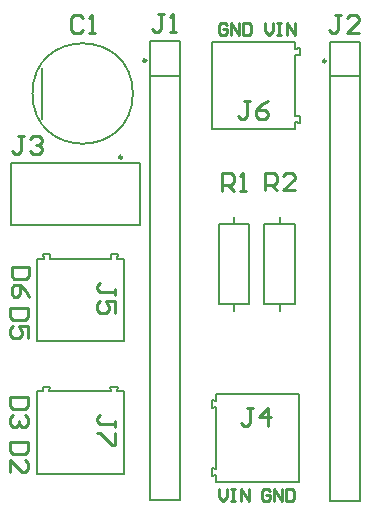
<source format=gto>
G04*
G04 #@! TF.GenerationSoftware,Altium Limited,Altium Designer,25.5.2 (35)*
G04*
G04 Layer_Color=65535*
%FSLAX44Y44*%
%MOMM*%
G71*
G04*
G04 #@! TF.SameCoordinates,1DA6FF14-1162-4EBA-B803-9B090E078ADF*
G04*
G04*
G04 #@! TF.FilePolarity,Positive*
G04*
G01*
G75*
%ADD10C,0.2500*%
%ADD11C,0.1500*%
%ADD12C,0.2000*%
%ADD13C,0.2540*%
D10*
X1454250Y929250D02*
G03*
X1454250Y929250I-1250J0D01*
G01*
X1302000Y929650D02*
G03*
X1302000Y929650I-1250J0D01*
G01*
X1281650Y847750D02*
G03*
X1281650Y847750I-1250J0D01*
G01*
D11*
X1290750Y901750D02*
G03*
X1290750Y901750I-42500J0D01*
G01*
D12*
X1358000Y871500D02*
X1428000D01*
X1358000Y945500D02*
X1428000D01*
X1358000Y871500D02*
Y945500D01*
X1432000Y933950D02*
Y940450D01*
X1428000Y939700D02*
X1432000Y940450D01*
X1428000Y934700D02*
X1432000Y933950D01*
X1428000Y939700D02*
Y945500D01*
Y882300D02*
X1432000Y883050D01*
X1428000Y877300D02*
X1432000Y876550D01*
Y883050D01*
X1428000Y871500D02*
Y877300D01*
Y882300D02*
Y934700D01*
X1361500Y583800D02*
Y636200D01*
Y641200D02*
Y647000D01*
X1357500Y635450D02*
Y641950D01*
X1361500Y641200D01*
X1357500Y635450D02*
X1361500Y636200D01*
Y573000D02*
Y578800D01*
X1357500Y584550D02*
X1361500Y583800D01*
X1357500Y578050D02*
X1361500Y578800D01*
X1357500Y578050D02*
Y584550D01*
X1431500Y573000D02*
Y647000D01*
X1361500Y573000D02*
X1431500D01*
X1361500Y647000D02*
X1431500D01*
X1220050Y649500D02*
X1272450D01*
X1277450D02*
X1283250D01*
X1271700Y653500D02*
X1278200D01*
X1277450Y649500D02*
X1278200Y653500D01*
X1271700D02*
X1272450Y649500D01*
X1209250D02*
X1215050D01*
X1220050D02*
X1220800Y653500D01*
X1214300D02*
X1215050Y649500D01*
X1214300Y653500D02*
X1220800D01*
X1209250Y579500D02*
X1283250D01*
X1209250D02*
Y649500D01*
X1283250Y579500D02*
Y649500D01*
X1220300Y762000D02*
X1272700D01*
X1277700D02*
X1283500D01*
X1271950Y766000D02*
X1278450D01*
X1277700Y762000D02*
X1278450Y766000D01*
X1271950D02*
X1272700Y762000D01*
X1209500D02*
X1215300D01*
X1220300D02*
X1221050Y766000D01*
X1214550D02*
X1215300Y762000D01*
X1214550Y766000D02*
X1221050D01*
X1209500Y692000D02*
X1283500D01*
X1209500D02*
Y762000D01*
X1283500Y692000D02*
Y762000D01*
X1415000Y717500D02*
Y723250D01*
Y791250D02*
Y797000D01*
X1402000Y791250D02*
X1428000D01*
X1402000Y723250D02*
Y791250D01*
Y723250D02*
X1428000D01*
Y791250D01*
X1376500D02*
Y797000D01*
Y717500D02*
Y723250D01*
X1363500D02*
X1389500D01*
Y791250D01*
X1363500D02*
X1389500D01*
X1363500Y723250D02*
Y791250D01*
X1457800Y916550D02*
X1483200D01*
X1457800Y945750D02*
X1483200D01*
X1457800Y557150D02*
Y945750D01*
Y557150D02*
X1483200D01*
Y945750D01*
X1305550Y916950D02*
X1330950D01*
X1305550Y946150D02*
X1330950D01*
X1305550Y557550D02*
Y946150D01*
Y557550D02*
X1330950D01*
Y946150D01*
X1187950Y790600D02*
X1297050D01*
X1187950D02*
Y842900D01*
X1297050D01*
Y790600D02*
Y842900D01*
X1214250Y880500D02*
Y923000D01*
D13*
X1389961Y895117D02*
X1384883D01*
X1387422D01*
Y882422D01*
X1384883Y879883D01*
X1382343D01*
X1379804Y882422D01*
X1405196Y895117D02*
X1400117Y892578D01*
X1395039Y887500D01*
Y882422D01*
X1397578Y879883D01*
X1402657D01*
X1405196Y882422D01*
Y884961D01*
X1402657Y887500D01*
X1395039D01*
X1406811Y565004D02*
X1405118Y566697D01*
X1401733D01*
X1400040Y565004D01*
Y558233D01*
X1401733Y556540D01*
X1405118D01*
X1406811Y558233D01*
Y561618D01*
X1403426D01*
X1410197Y556540D02*
Y566697D01*
X1416968Y556540D01*
Y566697D01*
X1420353D02*
Y556540D01*
X1425432D01*
X1427125Y558233D01*
Y565004D01*
X1425432Y566697D01*
X1420353D01*
X1370811Y960004D02*
X1369118Y961697D01*
X1365733D01*
X1364040Y960004D01*
Y953233D01*
X1365733Y951540D01*
X1369118D01*
X1370811Y953233D01*
Y956618D01*
X1367426D01*
X1374197Y951540D02*
Y961697D01*
X1380968Y951540D01*
Y961697D01*
X1384353D02*
Y951540D01*
X1389432D01*
X1391125Y953233D01*
Y960004D01*
X1389432Y961697D01*
X1384353D01*
X1363540Y566947D02*
Y560176D01*
X1366926Y556790D01*
X1370311Y560176D01*
Y566947D01*
X1373697D02*
X1377082D01*
X1375390D01*
Y556790D01*
X1373697D01*
X1377082D01*
X1382161D02*
Y566947D01*
X1388932Y556790D01*
Y566947D01*
X1402290Y961697D02*
Y954926D01*
X1405676Y951540D01*
X1409061Y954926D01*
Y961697D01*
X1412447D02*
X1415832D01*
X1414140D01*
Y951540D01*
X1412447D01*
X1415832D01*
X1420911D02*
Y961697D01*
X1427682Y951540D01*
Y961697D01*
X1202275Y644960D02*
X1187040D01*
Y637342D01*
X1189579Y634803D01*
X1199736D01*
X1202275Y637342D01*
Y644960D01*
X1199736Y629725D02*
X1202275Y627186D01*
Y622107D01*
X1199736Y619568D01*
X1197197D01*
X1194658Y622107D01*
Y624647D01*
Y622107D01*
X1192118Y619568D01*
X1189579D01*
X1187040Y622107D01*
Y627186D01*
X1189579Y629725D01*
X1202275Y606960D02*
X1187040D01*
Y599342D01*
X1189579Y596803D01*
X1199736D01*
X1202275Y599342D01*
Y606960D01*
X1187040Y581568D02*
Y591725D01*
X1197197Y581568D01*
X1199736D01*
X1202275Y584107D01*
Y589186D01*
X1199736Y591725D01*
X1203275Y755210D02*
X1188040D01*
Y747592D01*
X1190579Y745053D01*
X1200736D01*
X1203275Y747592D01*
Y755210D01*
Y729818D02*
X1200736Y734897D01*
X1195658Y739975D01*
X1190579D01*
X1188040Y737436D01*
Y732357D01*
X1190579Y729818D01*
X1193118D01*
X1195658Y732357D01*
Y739975D01*
X1202275Y720210D02*
X1187040D01*
Y712592D01*
X1189579Y710053D01*
X1199736D01*
X1202275Y712592D01*
Y720210D01*
Y694818D02*
Y704975D01*
X1194658D01*
X1197197Y699897D01*
Y697357D01*
X1194658Y694818D01*
X1189579D01*
X1187040Y697357D01*
Y702436D01*
X1189579Y704975D01*
X1402804Y819632D02*
Y834867D01*
X1410422D01*
X1412961Y832328D01*
Y827250D01*
X1410422Y824711D01*
X1402804D01*
X1407883D02*
X1412961Y819632D01*
X1428196D02*
X1418039D01*
X1428196Y829789D01*
Y832328D01*
X1425657Y834867D01*
X1420578D01*
X1418039Y832328D01*
X1366593Y819382D02*
Y834617D01*
X1374211D01*
X1376750Y832078D01*
Y827000D01*
X1374211Y824461D01*
X1366593D01*
X1371672D02*
X1376750Y819382D01*
X1381828D02*
X1386907D01*
X1384368D01*
Y834617D01*
X1381828Y832078D01*
X1275618Y619039D02*
Y624118D01*
Y621578D01*
X1262922D01*
X1260383Y624118D01*
Y626657D01*
X1262922Y629196D01*
X1275618Y613961D02*
Y603804D01*
X1273078D01*
X1262922Y613961D01*
X1260383D01*
X1275368Y731039D02*
Y736117D01*
Y733578D01*
X1262672D01*
X1260133Y736117D01*
Y738657D01*
X1262672Y741196D01*
X1275368Y715804D02*
Y725961D01*
X1267750D01*
X1270289Y720882D01*
Y718343D01*
X1267750Y715804D01*
X1262672D01*
X1260133Y718343D01*
Y723422D01*
X1262672Y725961D01*
X1392711Y635868D02*
X1387632D01*
X1390172D01*
Y623172D01*
X1387632Y620633D01*
X1385093D01*
X1382554Y623172D01*
X1405407Y620633D02*
Y635868D01*
X1397789Y628250D01*
X1407946D01*
X1198211Y865368D02*
X1193132D01*
X1195672D01*
Y852672D01*
X1193132Y850133D01*
X1190593D01*
X1188054Y852672D01*
X1203289Y862828D02*
X1205828Y865368D01*
X1210907D01*
X1213446Y862828D01*
Y860289D01*
X1210907Y857750D01*
X1208367D01*
X1210907D01*
X1213446Y855211D01*
Y852672D01*
X1210907Y850133D01*
X1205828D01*
X1203289Y852672D01*
X1466691Y968617D02*
X1461613D01*
X1464152D01*
Y955922D01*
X1461613Y953382D01*
X1459073D01*
X1456534Y955922D01*
X1481926Y953382D02*
X1471769D01*
X1481926Y963539D01*
Y966078D01*
X1479387Y968617D01*
X1474308D01*
X1471769Y966078D01*
X1316980Y969017D02*
X1311902D01*
X1314441D01*
Y956322D01*
X1311902Y953783D01*
X1309362D01*
X1306823Y956322D01*
X1322058Y953783D02*
X1327137D01*
X1324598D01*
Y969017D01*
X1322058Y966478D01*
X1248500Y965328D02*
X1245961Y967868D01*
X1240882D01*
X1238343Y965328D01*
Y955172D01*
X1240882Y952633D01*
X1245961D01*
X1248500Y955172D01*
X1253578Y952633D02*
X1258657D01*
X1256118D01*
Y967868D01*
X1253578Y965328D01*
M02*

</source>
